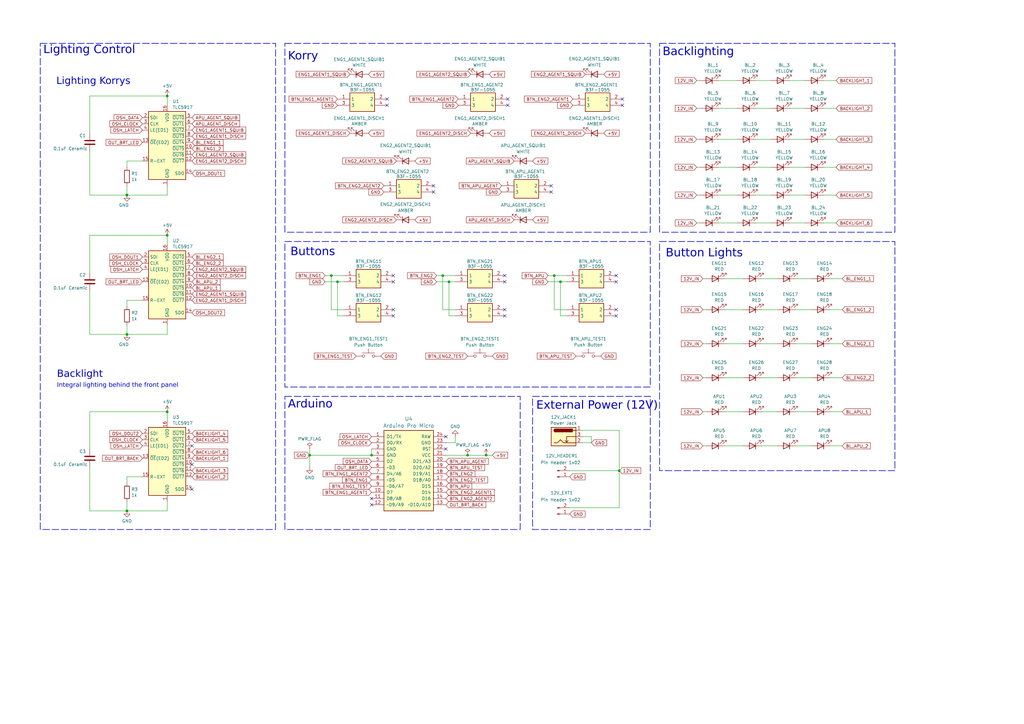
<source format=kicad_sch>
(kicad_sch (version 20231120) (generator "eeschema") (generator_version "8.0")
  (paper "A3")
  (title_block (title "FIRE Panel") (date "2024-11-17") (rev "V1.0") (company "S.K."))
  (junction (at 135.89 113.03))
  (junction (at 68.58 168.91))
  (junction (at 191.77 186.69))
  (junction (at 227.33 113.03))
  (junction (at 152.4 186.69))
  (junction (at 184.15 115.57))
  (junction (at 127 186.69))
  (junction (at 181.61 113.03))
  (junction (at 138.43 115.57))
  (junction (at 68.58 39.37))
  (junction (at 52.07 209.55))
  (junction (at 68.58 96.52))
  (junction (at 254 193.04))
  (junction (at 199.39 186.69))
  (junction (at 229.87 115.57))
  (junction (at 52.07 137.16))
  (junction (at 52.07 80.01))
  (no_connect (at 182.88 184.15))
  (no_connect (at 152.4 204.47))
  (no_connect (at 158.75 43.18))
  (no_connect (at 252.73 127))
  (no_connect (at 158.75 40.64))
  (no_connect (at 208.28 43.18))
  (no_connect (at 161.29 113.03))
  (no_connect (at 177.8 78.74))
  (no_connect (at 182.88 179.07))
  (no_connect (at 252.73 129.54))
  (no_connect (at 207.01 113.03))
  (no_connect (at 208.28 40.64))
  (no_connect (at 152.4 207.01))
  (no_connect (at 161.29 129.54))
  (no_connect (at 255.27 40.64))
  (no_connect (at 226.06 76.2))
  (no_connect (at 226.06 78.74))
  (no_connect (at 252.73 113.03))
  (no_connect (at 78.74 182.88))
  (no_connect (at 161.29 127))
  (no_connect (at 78.74 190.5))
  (no_connect (at 177.8 76.2))
  (no_connect (at 161.29 115.57))
  (no_connect (at 207.01 127))
  (no_connect (at 207.01 115.57))
  (no_connect (at 78.74 200.66))
  (no_connect (at 255.27 43.18))
  (no_connect (at 252.73 115.57))
  (no_connect (at 207.01 129.54))
  (wire (pts (xy 323.85 33.02) (xy 330.2 33.02)))
  (wire (pts (xy 294.64 44.45) (xy 302.26 44.45)))
  (wire (pts (xy 297.18 154.94) (xy 304.8 154.94)))
  (wire (pts (xy 254 176.53) (xy 254 193.04)))
  (wire (pts (xy 186.69 129.54) (xy 184.15 129.54)))
  (wire (pts (xy 52.07 80.01) (xy 68.58 80.01)))
  (wire (pts (xy 181.61 127) (xy 186.69 127)))
  (wire (pts (xy 337.82 44.45) (xy 342.9 44.45)))
  (wire (pts (xy 36.83 80.01) (xy 52.07 80.01)))
  (wire (pts (xy 326.39 154.94) (xy 332.74 154.94)))
  (wire (pts (xy 227.33 127) (xy 227.33 113.03)))
  (wire (pts (xy 36.83 168.91) (xy 68.58 168.91)))
  (wire (pts (xy 138.43 115.57) (xy 138.43 129.54)))
  (wire (pts (xy 224.79 113.03) (xy 227.33 113.03)))
  (wire (pts (xy 323.85 80.01) (xy 330.2 80.01)))
  (wire (pts (xy 140.97 115.57) (xy 138.43 115.57)))
  (wire (pts (xy 227.33 113.03) (xy 232.41 113.03)))
  (wire (pts (xy 309.88 80.01) (xy 316.23 80.01)))
  (wire (pts (xy 36.83 209.55) (xy 52.07 209.55)))
  (wire (pts (xy 326.39 127) (xy 332.74 127)))
  (wire (pts (xy 238.76 176.53) (xy 254 176.53)))
  (wire (pts (xy 289.56 140.97) (xy 288.29 140.97)))
  (wire (pts (xy 68.58 80.01) (xy 68.58 76.2)))
  (wire (pts (xy 52.07 76.2) (xy 52.07 80.01)))
  (wire (pts (xy 181.61 113.03) (xy 186.69 113.03)))
  (wire (pts (xy 36.83 39.37) (xy 36.83 54.61)))
  (wire (pts (xy 238.76 181.61) (xy 242.57 181.61)))
  (wire (pts (xy 184.15 115.57) (xy 184.15 129.54)))
  (wire (pts (xy 285.75 91.44) (xy 287.02 91.44)))
  (wire (pts (xy 36.83 119.38) (xy 36.83 137.16)))
  (wire (pts (xy 326.39 114.3) (xy 332.74 114.3)))
  (wire (pts (xy 127 186.69) (xy 152.4 186.69)))
  (wire (pts (xy 312.42 127) (xy 318.77 127)))
  (wire (pts (xy 186.69 181.61) (xy 186.69 179.07)))
  (wire (pts (xy 285.75 33.02) (xy 287.02 33.02)))
  (wire (pts (xy 133.35 113.03) (xy 135.89 113.03)))
  (wire (pts (xy 36.83 137.16) (xy 52.07 137.16)))
  (wire (pts (xy 52.07 133.35) (xy 52.07 137.16)))
  (wire (pts (xy 294.64 57.15) (xy 302.26 57.15)))
  (wire (pts (xy 340.36 154.94) (xy 345.44 154.94)))
  (wire (pts (xy 127 184.15) (xy 127 186.69)))
  (wire (pts (xy 340.36 114.3) (xy 345.44 114.3)))
  (wire (pts (xy 233.68 193.04) (xy 254 193.04)))
  (wire (pts (xy 340.36 182.88) (xy 345.44 182.88)))
  (wire (pts (xy 340.36 168.91) (xy 345.44 168.91)))
  (wire (pts (xy 224.79 115.57) (xy 229.87 115.57)))
  (wire (pts (xy 58.42 66.04) (xy 52.07 66.04)))
  (wire (pts (xy 52.07 205.74) (xy 52.07 209.55)))
  (wire (pts (xy 242.57 179.07) (xy 242.57 181.61)))
  (wire (pts (xy 294.64 80.01) (xy 302.26 80.01)))
  (wire (pts (xy 52.07 137.16) (xy 68.58 137.16)))
  (wire (pts (xy 337.82 80.01) (xy 342.9 80.01)))
  (wire (pts (xy 294.64 33.02) (xy 302.26 33.02)))
  (wire (pts (xy 294.64 68.58) (xy 302.26 68.58)))
  (wire (pts (xy 297.18 168.91) (xy 304.8 168.91)))
  (wire (pts (xy 326.39 168.91) (xy 332.74 168.91)))
  (wire (pts (xy 323.85 57.15) (xy 330.2 57.15)))
  (wire (pts (xy 135.89 127) (xy 135.89 113.03)))
  (wire (pts (xy 36.83 96.52) (xy 36.83 111.76)))
  (wire (pts (xy 140.97 129.54) (xy 138.43 129.54)))
  (wire (pts (xy 309.88 44.45) (xy 316.23 44.45)))
  (wire (pts (xy 186.69 115.57) (xy 184.15 115.57)))
  (wire (pts (xy 297.18 127) (xy 304.8 127)))
  (wire (pts (xy 312.42 154.94) (xy 318.77 154.94)))
  (wire (pts (xy 285.75 57.15) (xy 287.02 57.15)))
  (wire (pts (xy 182.88 181.61) (xy 186.69 181.61)))
  (wire (pts (xy 285.75 80.01) (xy 287.02 80.01)))
  (wire (pts (xy 135.89 127) (xy 140.97 127)))
  (wire (pts (xy 135.89 113.03) (xy 140.97 113.03)))
  (wire (pts (xy 36.83 62.23) (xy 36.83 80.01)))
  (wire (pts (xy 323.85 68.58) (xy 330.2 68.58)))
  (wire (pts (xy 297.18 114.3) (xy 304.8 114.3)))
  (wire (pts (xy 127 191.77) (xy 127 186.69)))
  (wire (pts (xy 309.88 57.15) (xy 316.23 57.15)))
  (wire (pts (xy 52.07 123.19) (xy 52.07 125.73)))
  (wire (pts (xy 52.07 195.58) (xy 52.07 198.12)))
  (wire (pts (xy 182.88 186.69) (xy 191.77 186.69)))
  (wire (pts (xy 309.88 91.44) (xy 316.23 91.44)))
  (wire (pts (xy 68.58 39.37) (xy 68.58 43.18)))
  (wire (pts (xy 312.42 168.91) (xy 318.77 168.91)))
  (wire (pts (xy 323.85 44.45) (xy 330.2 44.45)))
  (wire (pts (xy 309.88 33.02) (xy 316.23 33.02)))
  (wire (pts (xy 297.18 182.88) (xy 304.8 182.88)))
  (wire (pts (xy 294.64 91.44) (xy 302.26 91.44)))
  (wire (pts (xy 337.82 57.15) (xy 342.9 57.15)))
  (wire (pts (xy 285.75 68.58) (xy 287.02 68.58)))
  (wire (pts (xy 238.76 179.07) (xy 242.57 179.07)))
  (wire (pts (xy 68.58 96.52) (xy 68.58 100.33)))
  (wire (pts (xy 254 208.28) (xy 254 193.04)))
  (wire (pts (xy 340.36 127) (xy 345.44 127)))
  (wire (pts (xy 52.07 66.04) (xy 52.07 68.58)))
  (wire (pts (xy 337.82 68.58) (xy 342.9 68.58)))
  (wire (pts (xy 285.75 44.45) (xy 287.02 44.45)))
  (wire (pts (xy 179.07 115.57) (xy 184.15 115.57)))
  (wire (pts (xy 227.33 127) (xy 232.41 127)))
  (wire (pts (xy 297.18 140.97) (xy 304.8 140.97)))
  (wire (pts (xy 326.39 140.97) (xy 332.74 140.97)))
  (wire (pts (xy 68.58 137.16) (xy 68.58 133.35)))
  (wire (pts (xy 288.29 127) (xy 289.56 127)))
  (wire (pts (xy 337.82 33.02) (xy 342.9 33.02)))
  (wire (pts (xy 326.39 182.88) (xy 332.74 182.88)))
  (wire (pts (xy 289.56 168.91) (xy 288.29 168.91)))
  (wire (pts (xy 229.87 115.57) (xy 229.87 129.54)))
  (wire (pts (xy 232.41 129.54) (xy 229.87 129.54)))
  (wire (pts (xy 312.42 182.88) (xy 318.77 182.88)))
  (wire (pts (xy 36.83 168.91) (xy 36.83 184.15)))
  (wire (pts (xy 179.07 113.03) (xy 181.61 113.03)))
  (wire (pts (xy 36.83 191.77) (xy 36.83 209.55)))
  (wire (pts (xy 323.85 91.44) (xy 330.2 91.44)))
  (wire (pts (xy 309.88 68.58) (xy 316.23 68.58)))
  (wire (pts (xy 191.77 186.69) (xy 199.39 186.69)))
  (wire (pts (xy 312.42 114.3) (xy 318.77 114.3)))
  (wire (pts (xy 199.39 186.69) (xy 201.93 186.69)))
  (wire (pts (xy 36.83 39.37) (xy 68.58 39.37)))
  (wire (pts (xy 312.42 140.97) (xy 318.77 140.97)))
  (wire (pts (xy 36.83 96.52) (xy 68.58 96.52)))
  (wire (pts (xy 340.36 140.97) (xy 345.44 140.97)))
  (wire (pts (xy 58.42 123.19) (xy 52.07 123.19)))
  (wire (pts (xy 68.58 168.91) (xy 68.58 172.72)))
  (wire (pts (xy 337.82 91.44) (xy 342.9 91.44)))
  (wire (pts (xy 233.68 208.28) (xy 254 208.28)))
  (wire (pts (xy 152.4 184.15) (xy 152.4 186.69)))
  (wire (pts (xy 288.29 114.3) (xy 289.56 114.3)))
  (wire (pts (xy 232.41 115.57) (xy 229.87 115.57)))
  (wire (pts (xy 181.61 127) (xy 181.61 113.03)))
  (wire (pts (xy 289.56 154.94) (xy 288.29 154.94)))
  (wire (pts (xy 68.58 209.55) (xy 68.58 205.74)))
  (wire (pts (xy 133.35 115.57) (xy 138.43 115.57)))
  (wire (pts (xy 58.42 195.58) (xy 52.07 195.58)))
  (wire (pts (xy 52.07 209.55) (xy 68.58 209.55)))
  (wire (pts (xy 289.56 182.88) (xy 288.29 182.88)))
  (rectangle (start 270.5099 17.78) (end 367.03 95.25) (stroke (width 0.254) (type dash)))
  (rectangle (start 218.44 162.56) (end 266.7 217.17) (stroke (width 0.254) (type dash)))
  (rectangle (start 16.51 17.78) (end 113.03 217.17) (stroke (width 0.254) (type dash)))
  (rectangle (start 270.51 99.06) (end 367.03 193.04) (stroke (width 0.254) (type dash)))
  (rectangle (start 116.84 162.56) (end 213.36 217.17) (stroke (width 0.254) (type dash)))
  (rectangle (start 116.84 99.06) (end 266.7 158.75) (stroke (width 0.254) (type dash)))
  (rectangle (start 116.84 17.78) (end 266.7 95.25) (stroke (width 0.254) (type dash)))
  (text "Arduino" (at 118.11 164.846 0) (effects (font (size 3.3782 3.3782)) (justify left top)))
  (text "Button Lights" (at 273.05 102.87 0) (effects (font (size 3.3782 3.3782)) (justify left top)))
  (text "Buttons" (at 119.126 102.362 0) (effects (font (size 3.3782 3.3782)) (justify left top)))
  (text "Korry" (at 118.11 22.098 0) (effects (font (size 3.3782 3.3782)) (justify left top)))
  (text "Backlighting" (at 271.78 20.32 0) (effects (font (size 3.3782 3.3782)) (justify left top)))
  (text "External Power (12V)" (at 219.964 165.354 0) (effects (font (size 3.3782 3.3782)) (justify left top)))
  (text "Lighting Korrys" (at 23.114 32.512 0) (effects (font (size 2.8956 2.8956)) (justify left top)))
  (text "Lighting Control" (at 17.78 19.4818 0) (effects (font (size 3.3782 3.3782)) (justify left top)))
  (text "Integral lighting behind the front panel" (at 23.368 157.5308 0) (effects (font (size 1.8288 1.8288)) (justify left top)))
  (text "Backlight" (at 23.368 152.654 0) (effects (font (size 2.8956 2.8956)) (justify left top)))
  (global_label "BL_ENG2_2" (shape input) (at 345.44 154.94 0) (property "Intersheetrefs" "${INTERSHEET_REFS}" (effects (hide yes))))
  (global_label "+5V" (shape input) (at 151.13 54.61 0) (property "Intersheetrefs" "${INTERSHEET_REFS}" (effects (hide yes))))
  (global_label "ENG2_AGENT2_SQUIB" (shape input) (at 78.74 110.49 0) (property "Intersheetrefs" "${INTERSHEET_REFS}" (effects (hide yes))))
  (global_label "12V_IN" (shape input) (at 285.75 44.45 180) (property "Intersheetrefs" "${INTERSHEET_REFS}" (effects (hide yes))))
  (global_label "OSH_DOUT1" (shape input) (at 78.74 71.12 0) (property "Intersheetrefs" "${INTERSHEET_REFS}" (effects (hide yes))))
  (global_label "GND" (shape input) (at 138.43 43.18 180) (property "Intersheetrefs" "${INTERSHEET_REFS}" (effects (hide yes))))
  (global_label "BACKLIGHT_4" (shape input) (at 78.74 177.8 0) (property "Intersheetrefs" "${INTERSHEET_REFS}" (effects (hide yes))))
  (global_label "GND" (shape input) (at 224.79 115.57 180) (property "Intersheetrefs" "${INTERSHEET_REFS}" (effects (hide yes))))
  (global_label "OSH_CLOCK" (shape input) (at 152.4 181.61 180) (property "Intersheetrefs" "${INTERSHEET_REFS}" (effects (hide yes))))
  (global_label "GND" (shape input) (at 127 186.69 180) (property "Intersheetrefs" "${INTERSHEET_REFS}" (effects (hide yes))))
  (global_label "BTN_ENG1_TEST" (shape input) (at 152.4 199.39 180) (property "Intersheetrefs" "${INTERSHEET_REFS}" (effects (hide yes))))
  (global_label "12V_IN" (shape input) (at 288.29 154.94 180) (property "Intersheetrefs" "${INTERSHEET_REFS}" (effects (hide yes))))
  (global_label "BTN_ENG1_AGENT2" (shape input) (at 187.96 40.64 180) (property "Intersheetrefs" "${INTERSHEET_REFS}" (effects (hide yes))))
  (global_label "OUT_BRT_LED" (shape input) (at 152.4 191.77 180) (property "Intersheetrefs" "${INTERSHEET_REFS}" (effects (hide yes))))
  (global_label "OSH_DATA" (shape input) (at 152.4 189.23 180) (property "Intersheetrefs" "${INTERSHEET_REFS}" (effects (hide yes))))
  (global_label "BL_ENG1_1" (shape input) (at 78.74 58.42 0) (property "Intersheetrefs" "${INTERSHEET_REFS}" (effects (hide yes))))
  (global_label "GND" (shape input) (at 234.95 43.18 180) (property "Intersheetrefs" "${INTERSHEET_REFS}" (effects (hide yes))))
  (global_label "BACKLIGHT_6" (shape input) (at 78.74 185.42 0) (property "Intersheetrefs" "${INTERSHEET_REFS}" (effects (hide yes))))
  (global_label "BL_ENG2_2" (shape input) (at 78.74 107.95 0) (property "Intersheetrefs" "${INTERSHEET_REFS}" (effects (hide yes))))
  (global_label "BL_ENG2_1" (shape input) (at 345.44 140.97 0) (property "Intersheetrefs" "${INTERSHEET_REFS}" (effects (hide yes))))
  (global_label "APU_AGENT_SQUIB" (shape input) (at 210.82 66.04 180) (property "Intersheetrefs" "${INTERSHEET_REFS}" (effects (hide yes))))
  (global_label "BTN_APU" (shape input) (at 182.88 199.39 0) (property "Intersheetrefs" "${INTERSHEET_REFS}" (effects (hide yes))))
  (global_label "BTN_ENG2_AGENT2" (shape input) (at 157.48 76.2 180) (property "Intersheetrefs" "${INTERSHEET_REFS}" (effects (hide yes))))
  (global_label "GND" (shape input) (at 233.68 195.58 0) (property "Intersheetrefs" "${INTERSHEET_REFS}" (effects (hide yes))))
  (global_label "OSH_LATCH" (shape input) (at 58.42 110.49 180) (property "Intersheetrefs" "${INTERSHEET_REFS}" (effects (hide yes))))
  (global_label "BTN_ENG2_TEST" (shape input) (at 182.88 196.85 0) (property "Intersheetrefs" "${INTERSHEET_REFS}" (effects (hide yes))))
  (global_label "BL_ENG1_2" (shape input) (at 78.74 60.96 0) (property "Intersheetrefs" "${INTERSHEET_REFS}" (effects (hide yes))))
  (global_label "BTN_ENG2" (shape input) (at 182.88 194.31 0) (property "Intersheetrefs" "${INTERSHEET_REFS}" (effects (hide yes))))
  (global_label "GND" (shape input) (at 156.21 146.05 0) (property "Intersheetrefs" "${INTERSHEET_REFS}" (effects (hide yes))))
  (global_label "GND" (shape input) (at 157.48 78.74 180) (property "Intersheetrefs" "${INTERSHEET_REFS}" (effects (hide yes))))
  (global_label "GND" (shape input) (at 246.38 146.05 0) (property "Intersheetrefs" "${INTERSHEET_REFS}" (effects (hide yes))))
  (global_label "+5V" (shape input) (at 151.13 30.48 0) (property "Intersheetrefs" "${INTERSHEET_REFS}" (effects (hide yes))))
  (global_label "12V_IN" (shape input) (at 254 193.04 0) (property "Intersheetrefs" "${INTERSHEET_REFS}" (effects (hide yes))))
  (global_label "+5V" (shape input) (at 170.18 90.17 0) (property "Intersheetrefs" "${INTERSHEET_REFS}" (effects (hide yes))))
  (global_label "+5V" (shape input) (at 170.18 66.04 0) (property "Intersheetrefs" "${INTERSHEET_REFS}" (effects (hide yes))))
  (global_label "OSH_LATCH" (shape input) (at 58.42 182.88 180) (property "Intersheetrefs" "${INTERSHEET_REFS}" (effects (hide yes))))
  (global_label "OSH_LATCH" (shape input) (at 58.42 53.34 180) (property "Intersheetrefs" "${INTERSHEET_REFS}" (effects (hide yes))))
  (global_label "BTN_ENG1_TEST" (shape input) (at 146.05 146.05 180) (property "Intersheetrefs" "${INTERSHEET_REFS}" (effects (hide yes))))
  (global_label "12V_IN" (shape input) (at 285.75 91.44 180) (property "Intersheetrefs" "${INTERSHEET_REFS}" (effects (hide yes))))
  (global_label "12V_IN" (shape input) (at 285.75 80.01 180) (property "Intersheetrefs" "${INTERSHEET_REFS}" (effects (hide yes))))
  (global_label "BACKLIGHT_4" (shape input) (at 342.9 68.58 0) (property "Intersheetrefs" "${INTERSHEET_REFS}" (effects (hide yes))))
  (global_label "BTN_ENG2_AGENT2" (shape input) (at 182.88 204.47 0) (property "Intersheetrefs" "${INTERSHEET_REFS}" (effects (hide yes))))
  (global_label "BACKLIGHT_2" (shape input) (at 342.9 44.45 0) (property "Intersheetrefs" "${INTERSHEET_REFS}" (effects (hide yes))))
  (global_label "BACKLIGHT_1" (shape input) (at 78.74 187.96 0) (property "Intersheetrefs" "${INTERSHEET_REFS}" (effects (hide yes))))
  (global_label "BTN_ENG1" (shape input) (at 152.4 196.85 180) (property "Intersheetrefs" "${INTERSHEET_REFS}" (effects (hide yes))))
  (global_label "+5V" (shape input) (at 247.65 54.61 0) (property "Intersheetrefs" "${INTERSHEET_REFS}" (effects (hide yes))))
  (global_label "GND" (shape input) (at 233.68 210.82 0) (property "Intersheetrefs" "${INTERSHEET_REFS}" (effects (hide yes))))
  (global_label "BACKLIGHT_3" (shape input) (at 342.9 57.15 0) (property "Intersheetrefs" "${INTERSHEET_REFS}" (effects (hide yes))))
  (global_label "OSH_DOUT2" (shape input) (at 58.42 177.8 180) (property "Intersheetrefs" "${INTERSHEET_REFS}" (effects (hide yes))))
  (global_label "BTN_ENG2_TEST" (shape input) (at 191.77 146.05 180) (property "Intersheetrefs" "${INTERSHEET_REFS}" (effects (hide yes))))
  (global_label "+5V" (shape input) (at 247.65 30.48 0) (property "Intersheetrefs" "${INTERSHEET_REFS}" (effects (hide yes))))
  (global_label "+5V" (shape input) (at 201.93 186.69 0) (property "Intersheetrefs" "${INTERSHEET_REFS}" (effects (hide yes))))
  (global_label "12V_IN" (shape input) (at 285.75 57.15 180) (property "Intersheetrefs" "${INTERSHEET_REFS}" (effects (hide yes))))
  (global_label "OUT_BRT_LED" (shape input) (at 58.42 115.57 180) (property "Intersheetrefs" "${INTERSHEET_REFS}" (effects (hide yes))))
  (global_label "BL_APU_1" (shape input) (at 345.44 168.91 0) (property "Intersheetrefs" "${INTERSHEET_REFS}" (effects (hide yes))))
  (global_label "12V_IN" (shape input) (at 285.75 33.02 180) (property "Intersheetrefs" "${INTERSHEET_REFS}" (effects (hide yes))))
  (global_label "OUT_BRT_BACK" (shape input) (at 58.42 187.96 180) (property "Intersheetrefs" "${INTERSHEET_REFS}" (effects (hide yes))))
  (global_label "ENG1_AGENT1_SQUIB" (shape input) (at 78.74 53.34 0) (property "Intersheetrefs" "${INTERSHEET_REFS}" (effects (hide yes))))
  (global_label "GND" (shape input) (at 187.96 43.18 180) (property "Intersheetrefs" "${INTERSHEET_REFS}" (effects (hide yes))))
  (global_label "BACKLIGHT_1" (shape input) (at 342.9 33.02 0) (property "Intersheetrefs" "${INTERSHEET_REFS}" (effects (hide yes))))
  (global_label "GND" (shape input) (at 201.93 146.05 0) (property "Intersheetrefs" "${INTERSHEET_REFS}" (effects (hide yes))))
  (global_label "+5V" (shape input) (at 200.66 54.61 0) (property "Intersheetrefs" "${INTERSHEET_REFS}" (effects (hide yes))))
  (global_label "BTN_ENG1" (shape input) (at 133.35 113.03 180) (property "Intersheetrefs" "${INTERSHEET_REFS}" (effects (hide yes))))
  (global_label "APU_AGENT_DISCH" (shape input) (at 78.74 50.8 0) (property "Intersheetrefs" "${INTERSHEET_REFS}" (effects (hide yes))))
  (global_label "BTN_ENG2" (shape input) (at 179.07 113.03 180) (property "Intersheetrefs" "${INTERSHEET_REFS}" (effects (hide yes))))
  (global_label "OSH_DATA" (shape input) (at 58.42 48.26 180) (property "Intersheetrefs" "${INTERSHEET_REFS}" (effects (hide yes))))
  (global_label "ENG1_AGENT1_DISCH" (shape input) (at 143.51 54.61 180) (property "Intersheetrefs" "${INTERSHEET_REFS}" (effects (hide yes))))
  (global_label "BL_APU_2" (shape input) (at 78.74 115.57 0) (property "Intersheetrefs" "${INTERSHEET_REFS}" (effects (hide yes))))
  (global_label "12V_IN" (shape input) (at 288.29 140.97 180) (property "Intersheetrefs" "${INTERSHEET_REFS}" (effects (hide yes))))
  (global_label "12V_IN" (shape input) (at 288.29 182.88 180) (property "Intersheetrefs" "${INTERSHEET_REFS}" (effects (hide yes))))
  (global_label "BTN_APU_AGENT" (shape input) (at 205.74 76.2 180) (property "Intersheetrefs" "${INTERSHEET_REFS}" (effects (hide yes))))
  (global_label "+5V" (shape input) (at 218.44 90.17 0) (property "Intersheetrefs" "${INTERSHEET_REFS}" (effects (hide yes))))
  (global_label "BTN_ENG1_AGENT2" (shape input) (at 152.4 194.31 180) (property "Intersheetrefs" "${INTERSHEET_REFS}" (effects (hide yes))))
  (global_label "ENG1_AGENT1_SQUIB" (shape input) (at 143.51 30.48 180) (property "Intersheetrefs" "${INTERSHEET_REFS}" (effects (hide yes))))
  (global_label "BACKLIGHT_2" (shape input) (at 78.74 195.58 0) (property "Intersheetrefs" "${INTERSHEET_REFS}" (effects (hide yes))))
  (global_label "OSH_CLOCK" (shape input) (at 58.42 107.95 180) (property "Intersheetrefs" "${INTERSHEET_REFS}" (effects (hide yes))))
  (global_label "BL_APU_2" (shape input) (at 345.44 182.88 0) (property "Intersheetrefs" "${INTERSHEET_REFS}" (effects (hide yes))))
  (global_label "BACKLIGHT_5" (shape input) (at 78.74 180.34 0) (property "Intersheetrefs" "${INTERSHEET_REFS}" (effects (hide yes))))
  (global_label "GND" (shape input) (at 205.74 78.74 180) (property "Intersheetrefs" "${INTERSHEET_REFS}" (effects (hide yes))))
  (global_label "BTN_APU_TEST" (shape input) (at 182.88 191.77 0) (property "Intersheetrefs" "${INTERSHEET_REFS}" (effects (hide yes))))
  (global_label "BACKLIGHT_6" (shape input) (at 342.9 91.44 0) (property "Intersheetrefs" "${INTERSHEET_REFS}" (effects (hide yes))))
  (global_label "ENG2_AGENT2_DISCH" (shape input) (at 162.56 90.17 180) (property "Intersheetrefs" "${INTERSHEET_REFS}" (effects (hide yes))))
  (global_label "BACKLIGHT_5" (shape input) (at 342.9 80.01 0) (property "Intersheetrefs" "${INTERSHEET_REFS}" (effects (hide yes))))
  (global_label "ENG2_AGENT2_DISCH" (shape input) (at 78.74 113.03 0) (property "Intersheetrefs" "${INTERSHEET_REFS}" (effects (hide yes))))
  (global_label "BTN_APU_AGENT" (shape input) (at 182.88 189.23 0) (property "Intersheetrefs" "${INTERSHEET_REFS}" (effects (hide yes))))
  (global_label "OSH_CLOCK" (shape input) (at 58.42 180.34 180) (property "Intersheetrefs" "${INTERSHEET_REFS}" (effects (hide yes))))
  (global_label "OSH_LATCH" (shape input) (at 152.4 179.07 180) (property "Intersheetrefs" "${INTERSHEET_REFS}" (effects (hide yes))))
  (global_label "ENG1_AGENT2_DISCH" (shape input) (at 193.04 54.61 180) (property "Intersheetrefs" "${INTERSHEET_REFS}" (effects (hide yes))))
  (global_label "GND" (shape input) (at 133.35 115.57 180) (property "Intersheetrefs" "${INTERSHEET_REFS}" (effects (hide yes))))
  (global_label "BTN_ENG2_AGENT1" (shape input) (at 234.95 40.64 180) (property "Intersheetrefs" "${INTERSHEET_REFS}" (effects (hide yes))))
  (global_label "ENG2_AGENT1_DISCH" (shape input) (at 240.03 54.61 180) (property "Intersheetrefs" "${INTERSHEET_REFS}" (effects (hide yes))))
  (global_label "BTN_ENG1_AGENT1" (shape input) (at 152.4 201.93 180) (property "Intersheetrefs" "${INTERSHEET_REFS}" (effects (hide yes))))
  (global_label "OUT_BRT_BACK" (shape input) (at 182.88 207.01 0) (property "Intersheetrefs" "${INTERSHEET_REFS}" (effects (hide yes))))
  (global_label "+5V" (shape input) (at 218.44 66.04 0) (property "Intersheetrefs" "${INTERSHEET_REFS}" (effects (hide yes))))
  (global_label "OUT_BRT_LED" (shape input) (at 58.42 58.42 180) (property "Intersheetrefs" "${INTERSHEET_REFS}" (effects (hide yes))))
  (global_label "GND" (shape input) (at 179.07 115.57 180) (property "Intersheetrefs" "${INTERSHEET_REFS}" (effects (hide yes))))
  (global_label "BTN_APU_TEST" (shape input) (at 236.22 146.05 180) (property "Intersheetrefs" "${INTERSHEET_REFS}" (effects (hide yes))))
  (global_label "GND" (shape input) (at 242.57 181.61 0) (property "Intersheetrefs" "${INTERSHEET_REFS}" (effects (hide yes))))
  (global_label "APU_AGENT_DISCH" (shape input) (at 210.82 90.17 180) (property "Intersheetrefs" "${INTERSHEET_REFS}" (effects (hide yes))))
  (global_label "ENG2_AGENT1_SQUIB" (shape input) (at 78.74 120.65 0) (property "Intersheetrefs" "${INTERSHEET_REFS}" (effects (hide yes))))
  (global_label "BTN_ENG2_AGENT1" (shape input) (at 182.88 201.93 0) (property "Intersheetrefs" "${INTERSHEET_REFS}" (effects (hide yes))))
  (global_label "OSH_CLOCK" (shape input) (at 58.42 50.8 180) (property "Intersheetrefs" "${INTERSHEET_REFS}" (effects (hide yes))))
  (global_label "BTN_APU" (shape input) (at 224.79 113.03 180) (property "Intersheetrefs" "${INTERSHEET_REFS}" (effects (hide yes))))
  (global_label "12V_IN" (shape input) (at 288.29 127 180) (property "Intersheetrefs" "${INTERSHEET_REFS}" (effects (hide yes))))
  (global_label "ENG1_AGENT2_DISCH" (shape input) (at 78.74 66.04 0) (property "Intersheetrefs" "${INTERSHEET_REFS}" (effects (hide yes))))
  (global_label "OSH_DOUT1" (shape input) (at 58.42 105.41 180) (property "Intersheetrefs" "${INTERSHEET_REFS}" (effects (hide yes))))
  (global_label "BL_ENG1_1" (shape input) (at 345.44 114.3 0) (property "Intersheetrefs" "${INTERSHEET_REFS}" (effects (hide yes))))
  (global_label "ENG1_AGENT1_DISCH" (shape input) (at 78.74 55.88 0) (property "Intersheetrefs" "${INTERSHEET_REFS}" (effects (hide yes))))
  (global_label "ENG2_AGENT2_SQUIB" (shape input) (at 162.56 66.04 180) (property "Intersheetrefs" "${INTERSHEET_REFS}" (effects (hide yes))))
  (global_label "ENG2_AGENT1_DISCH" (shape input) (at 78.74 123.19 0) (property "Intersheetrefs" "${INTERSHEET_REFS}" (effects (hide yes))))
  (global_label "ENG2_AGENT1_SQUIB" (shape input) (at 240.03 30.48 180) (property "Intersheetrefs" "${INTERSHEET_REFS}" (effects (hide yes))))
  (global_label "12V_IN" (shape input) (at 285.75 68.58 180) (property "Intersheetrefs" "${INTERSHEET_REFS}" (effects (hide yes))))
  (global_label "+5V" (shape input) (at 200.66 30.48 0) (property "Intersheetrefs" "${INTERSHEET_REFS}" (effects (hide yes))))
  (global_label "OSH_DOUT2" (shape input) (at 78.74 128.27 0) (property "Intersheetrefs" "${INTERSHEET_REFS}" (effects (hide yes))))
  (global_label "APU_AGENT_SQUIB" (shape input) (at 78.74 48.26 0) (property "Intersheetrefs" "${INTERSHEET_REFS}" (effects (hide yes))))
  (global_label "BL_ENG1_2" (shape input) (at 345.44 127 0) (property "Intersheetrefs" "${INTERSHEET_REFS}" (effects (hide yes))))
  (global_label "BL_ENG2_1" (shape input) (at 78.74 105.41 0) (property "Intersheetrefs" "${INTERSHEET_REFS}" (effects (hide yes))))
  (global_label "12V_IN" (shape input) (at 288.29 168.91 180) (property "Intersheetrefs" "${INTERSHEET_REFS}" (effects (hide yes))))
  (global_label "ENG1_AGENT2_SQUIB" (shape input) (at 193.04 30.48 180) (property "Intersheetrefs" "${INTERSHEET_REFS}" (effects (hide yes))))
  (global_label "ENG1_AGENT2_SQUIB" (shape input) (at 78.74 63.5 0) (property "Intersheetrefs" "${INTERSHEET_REFS}" (effects (hide yes))))
  (global_label "BACKLIGHT_3" (shape input) (at 78.74 193.04 0) (property "Intersheetrefs" "${INTERSHEET_REFS}" (effects (hide yes))))
  (global_label "12V_IN" (shape input) (at 288.29 114.3 180) (property "Intersheetrefs" "${INTERSHEET_REFS}" (effects (hide yes))))
  (global_label "BTN_ENG1_AGENT1" (shape input) (at 138.43 40.64 180) (property "Intersheetrefs" "${INTERSHEET_REFS}" (effects (hide yes))))
  (global_label "BL_APU_1" (shape input) (at 78.74 118.11 0) (property "Intersheetrefs" "${INTERSHEET_REFS}" (effects (hide yes))))
  (symbol (lib_id "Connector:Barrel_Jack_Switch") (at 231.14 179.07 0) (unit 1)
    (property "Reference" "12V_JACK1" (at 231.14 171.1155 0))
    (property "Value" "Power Jack" (at 231.14 173.5398 0))
    (property "Footprint" "Connector_BarrelJack:BarrelJack_Horizontal" (effects (hide yes)))
    (property "Description" "DC Barrel Jack with an internal switch" (effects (hide yes)))
  )
  (symbol (lib_id "Device:LED") (at 293.37 182.88 180) (unit 1)
    (property "Reference" "APU5" (at 294.9575 176.5765 0))
    (property "Value" "RED" (at 294.9575 179.0008 0))
    (property "Footprint" "LED_THT:LED_D3.0mm" (effects (hide yes)))
    (property "Description" "Light emitting diode" (effects (hide yes)))
  )
  (symbol (lib_id "Device:LED") (at 306.07 68.58 180) (unit 1)
    (property "Reference" "BL_14" (at 307.6575 62.2765 0))
    (property "Value" "YELLOW" (at 307.6575 64.7008 0))
    (property "Footprint" "LED_THT:LED_D3.0mm" (effects (hide yes)))
    (property "Description" "Light emitting diode" (effects (hide yes)))
  )
  (symbol (lib_id "Device:LED") (at 334.01 33.02 180) (unit 1)
    (property "Reference" "BL_4" (at 335.5975 26.7165 0))
    (property "Value" "YELLOW" (at 335.5975 29.1408 0))
    (property "Footprint" "LED_THT:LED_D3.0mm" (effects (hide yes)))
    (property "Description" "Light emitting diode" (effects (hide yes)))
  )
  (symbol (lib_id "Connector:Conn_01x02_Pin") (at 228.6 195.58 0) (mirror x) (unit 1)
    (property "Reference" "12V_HEADER1" (at 230.378 186.944 0))
    (property "Value" "Pin Header 1x02" (at 229.87 189.738 0))
    (property "Footprint" "Connector_JST:JST_EH_B2B-EH-A_1x02_P2.50mm_Vertical" (effects (hide yes)))
    (property "Description" "Generic connector, single row, 01x02, script generated" (effects (hide yes)))
  )
  (symbol (lib_id "Device:LED") (at 290.83 91.44 180) (unit 1)
    (property "Reference" "BL_21" (at 292.4175 85.1365 0))
    (property "Value" "YELLOW" (at 292.4175 87.5608 0))
    (property "Footprint" "LED_THT:LED_D3.0mm" (effects (hide yes)))
    (property "Description" "Light emitting diode" (effects (hide yes)))
  )
  (symbol (lib_id "Arduino:Sparkfun_Pro_Micro") (at 167.64 194.31 0) (unit 1)
    (property "Reference" "U4" (at 167.64 171.7726 0) (effects (font (size 1.524 1.524))))
    (property "Value" "Arduino Pro Micro" (at 167.64 174.6055 0) (effects (font (size 1.524 1.524))))
    (property "Footprint" "Arduino:Sparkfun_Pro_Micro" (effects (hide yes)))
    (property "Datasheet" "https://www.sparkfun.com/products/12640" (effects (hide yes)))
    (property "Description" "Sparkfun Pro Micro" (effects (hide yes)))
  )
  (symbol (lib_id "SamacSys_Parts:B3F-1055") (at 177.8 78.74 180) (unit 1)
    (property "Reference" "BTN_ENG2_AGENT2" (at 167.132 70.358 0))
    (property "Value" "B3F-1055" (at 167.64 72.39 0))
    (property "Footprint" "SamacSys_Parts:B3F1000" (effects (hide yes)))
    (property "Datasheet" "https://omronfs.omron.com/en_US/ecb/products/pdf/en-b3f.pdf" (effects (hide yes)))
    (property "Description" "OMRON ELECTRONIC COMPONENTS - B3F-1055 - SWITCH, TACTILE, SPST-NO, 50mA, THOUGH HOLE" (effects (hide yes)))
    (property "Mouser Part Number" "653-B3F-1055" (effects (hide yes)))
    (property "Mouser Price/Stock" "https://www.mouser.co.uk/ProductDetail/Omron-Electronics/B3F-1055?qs=1tDaWCEHQQ77i2BzV2Yqkw%3D%3D" (effects (hide yes)))
    (property "Manufacturer_Name" "Omron Electronics" (effects (hide yes)))
    (property "Manufacturer_Part_Number" "B3F-1055" (effects (hide yes)))
  )
  (symbol (lib_id "power:GND") (at 127 191.77 0) (mirror y) (unit 1)
    (property "Reference" "#PWR041" (effects (hide yes)))
    (property "Value" "GND" (at 127 195.9031 0))
    (property "Description" "Power symbol creates a global label with name \"GND\" , ground" (effects (hide yes)))
  )
  (symbol (lib_id "SamacSys_Parts:B3F-1055") (at 255.27 43.18 180) (unit 1)
    (property "Reference" "BTN_ENG2_AGENT1" (at 244.602 34.798 0))
    (property "Value" "B3F-1055" (at 245.11 36.83 0))
    (property "Footprint" "SamacSys_Parts:B3F1000" (effects (hide yes)))
    (property "Datasheet" "https://omronfs.omron.com/en_US/ecb/products/pdf/en-b3f.pdf" (effects (hide yes)))
    (property "Description" "OMRON ELECTRONIC COMPONENTS - B3F-1055 - SWITCH, TACTILE, SPST-NO, 50mA, THOUGH HOLE" (effects (hide yes)))
    (property "Mouser Part Number" "653-B3F-1055" (effects (hide yes)))
    (property "Mouser Price/Stock" "https://www.mouser.co.uk/ProductDetail/Omron-Electronics/B3F-1055?qs=1tDaWCEHQQ77i2BzV2Yqkw%3D%3D" (effects (hide yes)))
    (property "Manufacturer_Name" "Omron Electronics" (effects (hide yes)))
    (property "Manufacturer_Part_Number" "B3F-1055" (effects (hide yes)))
  )
  (symbol (lib_id "SamacSys_Parts:B3F-1055") (at 207.01 129.54 180) (unit 1)
    (property "Reference" "BTN_ENG22" (at 196.85 121.158 0))
    (property "Value" "B3F-1055" (at 196.85 123.19 0))
    (property "Footprint" "SamacSys_Parts:B3F1000" (effects (hide yes)))
    (property "Datasheet" "https://omronfs.omron.com/en_US/ecb/products/pdf/en-b3f.pdf" (effects (hide yes)))
    (property "Description" "OMRON ELECTRONIC COMPONENTS - B3F-1055 - SWITCH, TACTILE, SPST-NO, 50mA, THOUGH HOLE" (effects (hide yes)))
    (property "Mouser Part Number" "653-B3F-1055" (effects (hide yes)))
    (property "Mouser Price/Stock" "https://www.mouser.co.uk/ProductDetail/Omron-Electronics/B3F-1055?qs=1tDaWCEHQQ77i2BzV2Yqkw%3D%3D" (effects (hide yes)))
    (property "Manufacturer_Name" "Omron Electronics" (effects (hide yes)))
    (property "Manufacturer_Part_Number" "B3F-1055" (effects (hide yes)))
  )
  (symbol (lib_id "Device:LED") (at 293.37 168.91 180) (unit 1)
    (property "Reference" "APU1" (at 294.9575 162.6065 0))
    (property "Value" "RED" (at 294.9575 165.0308 0))
    (property "Footprint" "LED_THT:LED_D3.0mm" (effects (hide yes)))
    (property "Description" "Light emitting diode" (effects (hide yes)))
  )
  (symbol (lib_id "power:+5V") (at 68.58 39.37 0) (unit 1)
    (property "Reference" "#PWR06" (effects (hide yes)))
    (property "Value" "+5V" (at 68.58 35.2369 0))
    (property "Description" "Power symbol creates a global label with name \"+5V\"" (effects (hide yes)))
  )
  (symbol (lib_id "Device:LED") (at 308.61 114.3 180) (unit 1)
    (property "Reference" "ENG12" (at 310.1975 107.9965 0))
    (property "Value" "RED" (at 310.1975 110.4208 0))
    (property "Footprint" "LED_THT:LED_D3.0mm" (effects (hide yes)))
    (property "Description" "Light emitting diode" (effects (hide yes)))
  )
  (symbol (lib_id "Driver_LED:TLC5917") (at 68.58 187.96 0) (unit 1)
    (property "Reference" "U3" (at 70.7741 171.1155 0) (effects (justify left)))
    (property "Value" "TLC5917" (at 70.7741 173.5398 0) (effects (justify left)))
    (property "Footprint" "Package_DIP:DIP-16_W7.62mm" (effects (hide yes)))
    (property "Datasheet" "https://www.ti.com/lit/ds/symlink/tlc5917.pdf" (effects (hide yes)))
    (property "Description" "8-Channel Constant-Current LED Sink Driver, Short to VLED detection" (effects (hide yes)))
  )
  (symbol (lib_id "SamacSys_Parts:B3F-1055") (at 208.28 43.18 180) (unit 1)
    (property "Reference" "BTN_ENG1_AGENT2" (at 197.612 34.798 0))
    (property "Value" "B3F-1055" (at 198.12 36.83 0))
    (property "Footprint" "SamacSys_Parts:B3F1000" (effects (hide yes)))
    (property "Datasheet" "https://omronfs.omron.com/en_US/ecb/products/pdf/en-b3f.pdf" (effects (hide yes)))
    (property "Description" "OMRON ELECTRONIC COMPONENTS - B3F-1055 - SWITCH, TACTILE, SPST-NO, 50mA, THOUGH HOLE" (effects (hide yes)))
    (property "Mouser Part Number" "653-B3F-1055" (effects (hide yes)))
    (property "Mouser Price/Stock" "https://www.mouser.co.uk/ProductDetail/Omron-Electronics/B3F-1055?qs=1tDaWCEHQQ77i2BzV2Yqkw%3D%3D" (effects (hide yes)))
    (property "Manufacturer_Name" "Omron Electronics" (effects (hide yes)))
    (property "Manufacturer_Part_Number" "B3F-1055" (effects (hide yes)))
  )
  (symbol (lib_id "Device:LED") (at 308.61 154.94 180) (unit 1)
    (property "Reference" "ENG26" (at 310.1975 148.6365 0))
    (property "Value" "RED" (at 310.1975 151.0608 0))
    (property "Footprint" "LED_THT:LED_D3.0mm" (effects (hide yes)))
    (property "Description" "Light emitting diode" (effects (hide yes)))
  )
  (symbol (lib_id "Device:LED") (at 166.37 90.17 0) (mirror x) (unit 1)
    (property "Reference" "ENG2_AGENT2_DISCH1" (at 166.37 83.82 0))
    (property "Value" "AMBER" (at 166.37 86.36 0))
    (property "Footprint" "LED_THT:LED_D3.0mm" (effects (hide yes)))
    (property "Description" "Light emitting diode" (effects (hide yes)))
  )
  (symbol (lib_id "Device:LED") (at 320.04 68.58 180) (unit 1)
    (property "Reference" "BL_15" (at 321.6275 62.2765 0))
    (property "Value" "YELLOW" (at 321.6275 64.7008 0))
    (property "Footprint" "LED_THT:LED_D3.0mm" (effects (hide yes)))
    (property "Description" "Light emitting diode" (effects (hide yes)))
  )
  (symbol (lib_id "SamacSys_Parts:B3F-1055") (at 226.06 78.74 180) (unit 1)
    (property "Reference" "BTN_APU_AGENT1" (at 215.392 70.358 0))
    (property "Value" "B3F-1055" (at 215.9 72.39 0))
    (property "Footprint" "SamacSys_Parts:B3F1000" (effects (hide yes)))
    (property "Datasheet" "https://omronfs.omron.com/en_US/ecb/products/pdf/en-b3f.pdf" (effects (hide yes)))
    (property "Description" "OMRON ELECTRONIC COMPONENTS - B3F-1055 - SWITCH, TACTILE, SPST-NO, 50mA, THOUGH HOLE" (effects (hide yes)))
    (property "Mouser Part Number" "653-B3F-1055" (effects (hide yes)))
    (property "Mouser Price/Stock" "https://www.mouser.co.uk/ProductDetail/Omron-Electronics/B3F-1055?qs=1tDaWCEHQQ77i2BzV2Yqkw%3D%3D" (effects (hide yes)))
    (property "Manufacturer_Name" "Omron Electronics" (effects (hide yes)))
    (property "Manufacturer_Part_Number" "B3F-1055" (effects (hide yes)))
  )
  (symbol (lib_id "power:GND") (at 52.07 80.01 0) (unit 1)
    (property "Reference" "#PWR03" (effects (hide yes)))
    (property "Value" "GND" (at 50.8 84.1431 0))
    (property "Description" "Power symbol creates a global label with name \"GND\" , ground" (effects (hide yes)))
  )
  (symbol (lib_id "Device:LED") (at 334.01 80.01 180) (unit 1)
    (property "Reference" "BL_20" (at 335.5975 73.7065 0))
    (property "Value" "YELLOW" (at 335.5975 76.1308 0))
    (property "Footprint" "LED_THT:LED_D3.0mm" (effects (hide yes)))
    (property "Description" "Light emitting diode" (effects (hide yes)))
  )
  (symbol (lib_id "Device:LED") (at 290.83 44.45 180) (unit 1)
    (property "Reference" "BL_5" (at 292.4175 38.1465 0))
    (property "Value" "YELLOW" (at 292.4175 40.5708 0))
    (property "Footprint" "LED_THT:LED_D3.0mm" (effects (hide yes)))
    (property "Description" "Light emitting diode" (effects (hide yes)))
  )
  (symbol (lib_id "SamacSys_Parts:B3F-1055") (at 161.29 129.54 180) (unit 1)
    (property "Reference" "BTN_ENG12" (at 151.13 121.158 0))
    (property "Value" "B3F-1055" (at 151.13 123.19 0))
    (property "Footprint" "SamacSys_Parts:B3F1000" (effects (hide yes)))
    (property "Datasheet" "https://omronfs.omron.com/en_US/ecb/products/pdf/en-b3f.pdf" (effects (hide yes)))
    (property "Description" "OMRON ELECTRONIC COMPONENTS - B3F-1055 - SWITCH, TACTILE, SPST-NO, 50mA, THOUGH HOLE" (effects (hide yes)))
    (property "Mouser Part Number" "653-B3F-1055" (effects (hide yes)))
    (property "Mouser Price/Stock" "https://www.mouser.co.uk/ProductDetail/Omron-Electronics/B3F-1055?qs=1tDaWCEHQQ77i2BzV2Yqkw%3D%3D" (effects (hide yes)))
    (property "Manufacturer_Name" "Omron Electronics" (effects (hide yes)))
    (property "Manufacturer_Part_Number" "B3F-1055" (effects (hide yes)))
  )
  (symbol (lib_id "Switch:SW_Push") (at 151.13 146.05 0) (unit 1)
    (property "Reference" "BTN_ENG1_TEST1" (at 151.13 138.938 0))
    (property "Value" "Push Button" (at 151.13 141.478 0))
    (property "Footprint" "My:SW-Push" (effects (hide yes)))
    (property "Description" "Push button switch, generic, two pins" (effects (hide yes)))
  )
  (symbol (lib_id "Device:LED") (at 336.55 154.94 180) (unit 1)
    (property "Reference" "ENG28" (at 338.1375 148.6365 0))
    (property "Value" "RED" (at 338.1375 151.0608 0))
    (property "Footprint" "LED_THT:LED_D3.0mm" (effects (hide yes)))
    (property "Description" "Light emitting diode" (effects (hide yes)))
  )
  (symbol (lib_id "Device:LED") (at 293.37 154.94 180) (unit 1)
    (property "Reference" "ENG25" (at 294.9575 148.6365 0))
    (property "Value" "RED" (at 294.9575 151.0608 0))
    (property "Footprint" "LED_THT:LED_D3.0mm" (effects (hide yes)))
    (property "Description" "Light emitting diode" (effects (hide yes)))
  )
  (symbol (lib_id "Device:LED") (at 293.37 114.3 180) (unit 1)
    (property "Reference" "ENG11" (at 294.9575 107.9965 0))
    (property "Value" "RED" (at 294.9575 110.4208 0))
    (property "Footprint" "LED_THT:LED_D3.0mm" (effects (hide yes)))
    (property "Description" "Light emitting diode" (effects (hide yes)))
  )
  (symbol (lib_id "Device:R") (at 52.07 129.54 0) (unit 1)
    (property "Reference" "R2" (at 53.848 128.3278 0) (effects (justify left)))
    (property "Value" "1k" (at 53.848 130.7521 0) (effects (justify left)))
    (property "Footprint" "Resistor_THT:R_Axial_DIN0204_L3.6mm_D1.6mm_P5.08mm_Horizontal" (effects (hide yes)))
    (property "Description" "Resistor" (effects (hide yes)))
  )
  (symbol (lib_id "Device:C") (at 36.83 58.42 0) (unit 1)
    (property "Reference" "C1" (at 32.512 55.626 0) (effects (justify left)))
    (property "Value" "0.1uF Ceramic" (at 21.844 60.96 0) (effects (justify left)))
    (property "Footprint" "Capacitor_THT:C_Disc_D3.0mm_W1.6mm_P2.50mm" (effects (hide yes)))
    (property "Description" "Unpolarized capacitor" (effects (hide yes)))
  )
  (symbol (lib_id "Device:R") (at 52.07 201.93 0) (unit 1)
    (property "Reference" "R3" (at 53.848 200.7178 0) (effects (justify left)))
    (property "Value" "1k" (at 53.848 203.1421 0) (effects (justify left)))
    (property "Footprint" "Resistor_THT:R_Axial_DIN0204_L3.6mm_D1.6mm_P5.08mm_Horizontal" (effects (hide yes)))
    (property "Description" "Resistor" (effects (hide yes)))
  )
  (symbol (lib_id "Device:LED") (at 147.32 54.61 0) (mirror x) (unit 1)
    (property "Reference" "ENG1_AGENT1_DISCH1" (at 147.32 48.514 0))
    (property "Value" "AMBER" (at 147.32 50.8 0))
    (property "Footprint" "LED_THT:LED_D3.0mm" (effects (hide yes)))
    (property "Description" "Light emitting diode" (effects (hide yes)))
  )
  (symbol (lib_id "Device:LED") (at 308.61 127 180) (unit 1)
    (property "Reference" "ENG16" (at 310.1975 120.6965 0))
    (property "Value" "RED" (at 310.1975 123.1208 0))
    (property "Footprint" "LED_THT:LED_D3.0mm" (effects (hide yes)))
    (property "Description" "Light emitting diode" (effects (hide yes)))
  )
  (symbol (lib_id "SamacSys_Parts:B3F-1055") (at 207.01 115.57 180) (unit 1)
    (property "Reference" "BTN_ENG21" (at 196.85 107.188 0))
    (property "Value" "B3F-1055" (at 196.85 109.22 0))
    (property "Footprint" "SamacSys_Parts:B3F1000" (effects (hide yes)))
    (property "Datasheet" "https://omronfs.omron.com/en_US/ecb/products/pdf/en-b3f.pdf" (effects (hide yes)))
    (property "Description" "OMRON ELECTRONIC COMPONENTS - B3F-1055 - SWITCH, TACTILE, SPST-NO, 50mA, THOUGH HOLE" (effects (hide yes)))
    (property "Mouser Part Number" "653-B3F-1055" (effects (hide yes)))
    (property "Mouser Price/Stock" "https://www.mouser.co.uk/ProductDetail/Omron-Electronics/B3F-1055?qs=1tDaWCEHQQ77i2BzV2Yqkw%3D%3D" (effects (hide yes)))
    (property "Manufacturer_Name" "Omron Electronics" (effects (hide yes)))
    (property "Manufacturer_Part_Number" "B3F-1055" (effects (hide yes)))
  )
  (symbol (lib_id "SamacSys_Parts:B3F-1055") (at 158.75 43.18 180) (unit 1)
    (property "Reference" "BTN_ENG1_AGENT1" (at 148.082 34.798 0))
    (property "Value" "B3F-1055" (at 148.59 36.83 0))
    (property "Footprint" "SamacSys_Parts:B3F1000" (effects (hide yes)))
    (property "Datasheet" "https://omronfs.omron.com/en_US/ecb/products/pdf/en-b3f.pdf" (effects (hide yes)))
    (property "Description" "OMRON ELECTRONIC COMPONENTS - B3F-1055 - SWITCH, TACTILE, SPST-NO, 50mA, THOUGH HOLE" (effects (hide yes)))
    (property "Mouser Part Number" "653-B3F-1055" (effects (hide yes)))
    (property "Mouser Price/Stock" "https://www.mouser.co.uk/ProductDetail/Omron-Electronics/B3F-1055?qs=1tDaWCEHQQ77i2BzV2Yqkw%3D%3D" (effects (hide yes)))
    (property "Manufacturer_Name" "Omron Electronics" (effects (hide yes)))
    (property "Manufacturer_Part_Number" "B3F-1055" (effects (hide yes)))
  )
  (symbol (lib_id "SamacSys_Parts:B3F-1055") (at 252.73 129.54 180) (unit 1)
    (property "Reference" "BTN_APU2" (at 242.062 121.158 0))
    (property "Value" "B3F-1055" (at 242.57 123.19 0))
    (property "Footprint" "SamacSys_Parts:B3F1000" (effects (hide yes)))
    (property "Datasheet" "https://omronfs.omron.com/en_US/ecb/products/pdf/en-b3f.pdf" (effects (hide yes)))
    (property "Description" "OMRON ELECTRONIC COMPONENTS - B3F-1055 - SWITCH, TACTILE, SPST-NO, 50mA, THOUGH HOLE" (effects (hide yes)))
    (property "Mouser Part Number" "653-B3F-1055" (effects (hide yes)))
    (property "Mouser Price/Stock" "https://www.mouser.co.uk/ProductDetail/Omron-Electronics/B3F-1055?qs=1tDaWCEHQQ77i2BzV2Yqkw%3D%3D" (effects (hide yes)))
    (property "Manufacturer_Name" "Omron Electronics" (effects (hide yes)))
    (property "Manufacturer_Part_Number" "B3F-1055" (effects (hide yes)))
  )
  (symbol (lib_id "Device:LED") (at 308.61 182.88 180) (unit 1)
    (property "Reference" "APU6" (at 310.1975 176.5765 0))
    (property "Value" "RED" (at 310.1975 179.0008 0))
    (property "Footprint" "LED_THT:LED_D3.0mm" (effects (hide yes)))
    (property "Description" "Light emitting diode" (effects (hide yes)))
  )
  (symbol (lib_id "power:GND") (at 186.69 179.07 0) (mirror x) (unit 1)
    (property "Reference" "#PWR047" (effects (hide yes)))
    (property "Value" "GND" (at 186.69 174.9369 0))
    (property "Description" "Power symbol creates a global label with name \"GND\" , ground" (effects (hide yes)))
  )
  (symbol (lib_id "Device:LED") (at 306.07 33.02 180) (unit 1)
    (property "Reference" "BL_2" (at 307.6575 26.7165 0))
    (property "Value" "YELLOW" (at 307.6575 29.1408 0))
    (property "Footprint" "LED_THT:LED_D3.0mm" (effects (hide yes)))
    (property "Description" "Light emitting diode" (effects (hide yes)))
  )
  (symbol (lib_id "Connector:Conn_01x02_Pin") (at 228.6 210.82 0) (mirror x) (unit 1)
    (property "Reference" "12V_EXT1" (at 230.378 202.184 0))
    (property "Value" "Pin Header 1x02" (at 229.87 204.978 0))
    (property "Footprint" "Connector_JST:JST_EH_B2B-EH-A_1x02_P2.50mm_Vertical" (effects (hide yes)))
    (property "Description" "Generic connector, single row, 01x02, script generated" (effects (hide yes)))
  )
  (symbol (lib_id "power:GND") (at 52.07 209.55 0) (unit 1)
    (property "Reference" "#PWR05" (effects (hide yes)))
    (property "Value" "GND" (at 52.07 213.6831 0))
    (property "Description" "Power symbol creates a global label with name \"GND\" , ground" (effects (hide yes)))
  )
  (symbol (lib_id "Device:LED") (at 322.58 168.91 180) (unit 1)
    (property "Reference" "APU3" (at 324.1675 162.6065 0))
    (property "Value" "RED" (at 324.1675 165.0308 0))
    (property "Footprint" "LED_THT:LED_D3.0mm" (effects (hide yes)))
    (property "Description" "Light emitting diode" (effects (hide yes)))
  )
  (symbol (lib_id "SamacSys_Parts:B3F-1055") (at 161.29 115.57 180) (unit 1)
    (property "Reference" "BTN_ENG11" (at 151.13 107.188 0))
    (property "Value" "B3F-1055" (at 151.13 109.22 0))
    (property "Footprint" "SamacSys_Parts:B3F1000" (effects (hide yes)))
    (property "Datasheet" "https://omronfs.omron.com/en_US/ecb/products/pdf/en-b3f.pdf" (effects (hide yes)))
    (property "Description" "OMRON ELECTRONIC COMPONENTS - B3F-1055 - SWITCH, TACTILE, SPST-NO, 50mA, THOUGH HOLE" (effects (hide yes)))
    (property "Mouser Part Number" "653-B3F-1055" (effects (hide yes)))
    (property "Mouser Price/Stock" "https://www.mouser.co.uk/ProductDetail/Omron-Electronics/B3F-1055?qs=1tDaWCEHQQ77i2BzV2Yqkw%3D%3D" (effects (hide yes)))
    (property "Manufacturer_Name" "Omron Electronics" (effects (hide yes)))
    (property "Manufacturer_Part_Number" "B3F-1055" (effects (hide yes)))
  )
  (symbol (lib_id "power:PWR_FLAG") (at 191.77 186.69 0) (unit 1)
    (property "Reference" "#FLG02" (effects (hide yes)))
    (property "Value" "PWR_FLAG" (at 191.77 182.5569 0))
    (property "Description" "Special symbol for telling ERC where power comes from" (effects (hide yes)))
  )
  (symbol (lib_id "Device:LED") (at 214.63 66.04 0) (mirror x) (unit 1)
    (property "Reference" "APU_AGENT_SQUIB1" (at 214.63 59.69 0))
    (property "Value" "WHITE" (at 214.63 62.23 0))
    (property "Footprint" "LED_THT:LED_D3.0mm" (effects (hide yes)))
    (property "Description" "Light emitting diode" (effects (hide yes)))
  )
  (symbol (lib_id "Device:LED") (at 322.58 182.88 180) (unit 1)
    (property "Reference" "APU7" (at 324.1675 176.5765 0))
    (property "Value" "RED" (at 324.1675 179.0008 0))
    (property "Footprint" "LED_THT:LED_D3.0mm" (effects (hide yes)))
    (property "Description" "Light emitting diode" (effects (hide yes)))
  )
  (symbol (lib_id "Device:LED") (at 196.85 30.48 0) (mirror x) (unit 1)
    (property "Reference" "ENG1_AGENT2_SQUIB1" (at 196.85 24.13 0))
    (property "Value" "WHITE" (at 196.85 26.67 0))
    (property "Footprint" "LED_THT:LED_D3.0mm" (effects (hide yes)))
    (property "Description" "Light emitting diode" (effects (hide yes)))
  )
  (symbol (lib_id "Device:LED") (at 290.83 57.15 180) (unit 1)
    (property "Reference" "BL_9" (at 292.4175 50.8465 0))
    (property "Value" "YELLOW" (at 292.4175 53.2708 0))
    (property "Footprint" "LED_THT:LED_D3.0mm" (effects (hide yes)))
    (property "Description" "Light emitting diode" (effects (hide yes)))
  )
  (symbol (lib_id "Device:LED") (at 322.58 114.3 180) (unit 1)
    (property "Reference" "ENG13" (at 324.1675 107.9965 0))
    (property "Value" "RED" (at 324.1675 110.4208 0))
    (property "Footprint" "LED_THT:LED_D3.0mm" (effects (hide yes)))
    (property "Description" "Light emitting diode" (effects (hide yes)))
  )
  (symbol (lib_id "Device:LED") (at 308.61 140.97 180) (unit 1)
    (property "Reference" "ENG22" (at 310.1975 134.6665 0))
    (property "Value" "RED" (at 310.1975 137.0908 0))
    (property "Footprint" "LED_THT:LED_D3.0mm" (effects (hide yes)))
    (property "Description" "Light emitting diode" (effects (hide yes)))
  )
  (symbol (lib_id "power:+5V") (at 199.39 186.69 0) (unit 1)
    (property "Reference" "#PWR048" (effects (hide yes)))
    (property "Value" "+5V" (at 199.39 182.5569 0))
    (property "Description" "Power symbol creates a global label with name \"+5V\"" (effects (hide yes)))
  )
  (symbol (lib_id "power:PWR_FLAG") (at 127 184.15 0) (unit 1)
    (property "Reference" "#FLG01" (effects (hide yes)))
    (property "Value" "PWR_FLAG" (at 127 180.0169 0))
    (property "Description" "Special symbol for telling ERC where power comes from" (effects (hide yes)))
  )
  (symbol (lib_id "Device:LED") (at 322.58 140.97 180) (unit 1)
    (property "Reference" "ENG23" (at 324.1675 134.6665 0))
    (property "Value" "RED" (at 324.1675 137.0908 0))
    (property "Footprint" "LED_THT:LED_D3.0mm" (effects (hide yes)))
    (property "Description" "Light emitting diode" (effects (hide yes)))
  )
  (symbol (lib_id "Device:LED") (at 322.58 154.94 180) (unit 1)
    (property "Reference" "ENG27" (at 324.1675 148.6365 0))
    (property "Value" "RED" (at 324.1675 151.0608 0))
    (property "Footprint" "LED_THT:LED_D3.0mm" (effects (hide yes)))
    (property "Description" "Light emitting diode" (effects (hide yes)))
  )
  (symbol (lib_id "Device:LED") (at 306.07 57.15 180) (unit 1)
    (property "Reference" "BL_10" (at 307.6575 50.8465 0))
    (property "Value" "YELLOW" (at 307.6575 53.2708 0))
    (property "Footprint" "LED_THT:LED_D3.0mm" (effects (hide yes)))
    (property "Description" "Light emitting diode" (effects (hide yes)))
  )
  (symbol (lib_id "Device:LED") (at 322.58 127 180) (unit 1)
    (property "Reference" "ENG17" (at 324.1675 120.6965 0))
    (property "Value" "RED" (at 324.1675 123.1208 0))
    (property "Footprint" "LED_THT:LED_D3.0mm" (effects (hide yes)))
    (property "Description" "Light emitting diode" (effects (hide yes)))
  )
  (symbol (lib_id "Device:LED") (at 293.37 140.97 180) (unit 1)
    (property "Reference" "ENG21" (at 294.9575 134.6665 0))
    (property "Value" "RED" (at 294.9575 137.0908 0))
    (property "Footprint" "LED_THT:LED_D3.0mm" (effects (hide yes)))
    (property "Description" "Light emitting diode" (effects (hide yes)))
  )
  (symbol (lib_id "Device:LED") (at 308.61 168.91 180) (unit 1)
    (property "Reference" "APU2" (at 310.1975 162.6065 0))
    (property "Value" "RED" (at 310.1975 165.0308 0))
    (property "Footprint" "LED_THT:LED_D3.0mm" (effects (hide yes)))
    (property "Description" "Light emitting diode" (effects (hide yes)))
  )
  (symbol (lib_id "Switch:SW_Push") (at 196.85 146.05 0) (unit 1)
    (property "Reference" "BTN_ENG2_TEST1" (at 196.85 138.9845 0))
    (property "Value" "Push Button" (at 196.85 141.478 0))
    (property "Footprint" "My:SW-Push" (effects (hide yes)))
    (property "Description" "Push button switch, generic, two pins" (effects (hide yes)))
  )
  (symbol (lib_id "power:+5V") (at 68.58 96.52 0) (unit 1)
    (property "Reference" "#PWR02" (effects (hide yes)))
    (property "Value" "+5V" (at 68.58 92.3869 0))
    (property "Description" "Power symbol creates a global label with name \"+5V\"" (effects (hide yes)))
  )
  (symbol (lib_id "Device:LED") (at 320.04 44.45 180) (unit 1)
    (property "Reference" "BL_7" (at 321.6275 38.1465 0))
    (property "Value" "YELLOW" (at 321.6275 40.5708 0))
    (property "Footprint" "LED_THT:LED_D3.0mm" (effects (hide yes)))
    (property "Description" "Light emitting diode" (effects (hide yes)))
  )
  (symbol (lib_id "Device:LED") (at 336.55 182.88 180) (unit 1)
    (property "Reference" "APU8" (at 338.1375 176.5765 0))
    (property "Value" "RED" (at 338.1375 179.0008 0))
    (property "Footprint" "LED_THT:LED_D3.0mm" (effects (hide yes)))
    (property "Description" "Light emitting diode" (effects (hide yes)))
  )
  (symbol (lib_id "Device:LED") (at 320.04 57.15 180) (unit 1)
    (property "Reference" "BL_11" (at 321.6275 50.8465 0))
    (property "Value" "YELLOW" (at 321.6275 53.2708 0))
    (property "Footprint" "LED_THT:LED_D3.0mm" (effects (hide yes)))
    (property "Description" "Light emitting diode" (effects (hide yes)))
  )
  (symbol (lib_id "Device:LED") (at 243.84 30.48 0) (mirror x) (unit 1)
    (property "Reference" "ENG2_AGENT1_SQUIB1" (at 243.84 24.13 0))
    (property "Value" "WHITE" (at 243.84 26.67 0))
    (property "Footprint" "LED_THT:LED_D3.0mm" (effects (hide yes)))
    (property "Description" "Light emitting diode" (effects (hide yes)))
  )
  (symbol (lib_id "Driver_LED:TLC5917") (at 68.58 115.57 0) (unit 1)
    (property "Reference" "U2" (at 70.7741 98.7255 0) (effects (justify left)))
    (property "Value" "TLC5917" (at 70.7741 101.1498 0) (effects (justify left)))
    (property "Footprint" "Package_DIP:DIP-16_W7.62mm" (effects (hide yes)))
    (property "Datasheet" "https://www.ti.com/lit/ds/symlink/tlc5917.pdf" (effects (hide yes)))
    (property "Description" "8-Channel Constant-Current LED Sink Driver, Short to VLED detection" (effects (hide yes)))
  )
  (symbol (lib_id "Device:LED") (at 336.55 140.97 180) (unit 1)
    (property "Reference" "ENG24" (at 338.1375 134.6665 0))
    (property "Value" "RED" (at 338.1375 137.0908 0))
    (property "Footprint" "LED_THT:LED_D3.0mm" (effects (hide yes)))
    (property "Description" "Light emitting diode" (effects (hide yes)))
  )
  (symbol (lib_id "Device:LED") (at 336.55 127 180) (unit 1)
    (property "Reference" "ENG18" (at 338.1375 120.6965 0))
    (property "Value" "RED" (at 338.1375 123.1208 0))
    (property "Footprint" "LED_THT:LED_D3.0mm" (effects (hide yes)))
    (property "Description" "Light emitting diode" (effects (hide yes)))
  )
  (symbol (lib_id "Device:R") (at 52.07 72.39 0) (unit 1)
    (property "Reference" "R1" (at 53.848 71.1778 0) (effects (justify left)))
    (property "Value" "1k" (at 53.848 73.6021 0) (effects (justify left)))
    (property "Footprint" "Resistor_THT:R_Axial_DIN0204_L3.6mm_D1.6mm_P5.08mm_Horizontal" (effects (hide yes)))
    (property "Description" "Resistor" (effects (hide yes)))
  )
  (symbol (lib_id "Device:LED") (at 293.37 127 180) (unit 1)
    (property "Reference" "ENG15" (at 294.9575 120.6965 0))
    (property "Value" "RED" (at 294.9575 123.1208 0))
    (property "Footprint" "LED_THT:LED_D3.0mm" (effects (hide yes)))
    (property "Description" "Light emitting diode" (effects (hide yes)))
  )
  (symbol (lib_id "power:GND") (at 52.07 137.16 0) (unit 1)
    (property "Reference" "#PWR01" (effects (hide yes)))
    (property "Value" "GND" (at 50.8 141.2931 0))
    (property "Description" "Power symbol creates a global label with name \"GND\" , ground" (effects (hide yes)))
  )
  (symbol (lib_id "Device:LED") (at 196.85 54.61 0) (mirror x) (unit 1)
    (property "Reference" "ENG1_AGENT2_DISCH1" (at 196.85 48.514 0))
    (property "Value" "AMBER" (at 196.85 50.8 0))
    (property "Footprint" "LED_THT:LED_D3.0mm" (effects (hide yes)))
    (property "Description" "Light emitting diode" (effects (hide yes)))
  )
  (symbol (lib_id "Device:LED") (at 334.01 44.45 180) (unit 1)
    (property "Reference" "BL_8" (at 335.5975 38.1465 0))
    (property "Value" "YELLOW" (at 335.5975 40.5708 0))
    (property "Footprint" "LED_THT:LED_D3.0mm" (effects (hide yes)))
    (property "Description" "Light emitting diode" (effects (hide yes)))
  )
  (symbol (lib_id "Device:LED") (at 336.55 168.91 180) (unit 1)
    (property "Reference" "APU4" (at 338.1375 162.6065 0))
    (property "Value" "RED" (at 338.1375 165.0308 0))
    (property "Footprint" "LED_THT:LED_D3.0mm" (effects (hide yes)))
    (property "Description" "Light emitting diode" (effects (hide yes)))
  )
  (symbol (lib_id "Device:LED") (at 290.83 80.01 180) (unit 1)
    (property "Reference" "BL_17" (at 292.4175 73.7065 0))
    (property "Value" "YELLOW" (at 292.4175 76.1308 0))
    (property "Footprint" "LED_THT:LED_D3.0mm" (effects (hide yes)))
    (property "Description" "Light emitting diode" (effects (hide yes)))
  )
  (symbol (lib_id "Device:C") (at 36.83 115.57 0) (unit 1)
    (property "Reference" "C2" (at 32.512 112.776 0) (effects (justify left)))
    (property "Value" "0.1uF Ceramic" (at 21.844 118.11 0) (effects (justify left)))
    (property "Footprint" "Capacitor_THT:C_Disc_D3.0mm_W1.6mm_P2.50mm" (effects (hide yes)))
    (property "Description" "Unpolarized capacitor" (effects (hide yes)))
  )
  (symbol (lib_id "Device:LED") (at 336.55 114.3 180) (unit 1)
    (property "Reference" "ENG14" (at 338.1375 107.9965 0))
    (property "Value" "RED" (at 338.1375 110.4208 0))
    (property "Footprint" "LED_THT:LED_D3.0mm" (effects (hide yes)))
    (property "Description" "Light emitting diode" (effects (hide yes)))
  )
  (symbol (lib_id "Device:LED") (at 334.01 57.15 180) (unit 1)
    (property "Reference" "BL_12" (at 335.5975 50.8465 0))
    (property "Value" "YELLOW" (at 335.5975 53.2708 0))
    (property "Footprint" "LED_THT:LED_D3.0mm" (effects (hide yes)))
    (property "Description" "Light emitting diode" (effects (hide yes)))
  )
  (symbol (lib_id "Device:LED") (at 306.07 91.44 180) (unit 1)
    (property "Reference" "BL_22" (at 307.6575 85.1365 0))
    (property "Value" "YELLOW" (at 307.6575 87.5608 0))
    (property "Footprint" "LED_THT:LED_D3.0mm" (effects (hide yes)))
    (property "Description" "Light emitting diode" (effects (hide yes)))
  )
  (symbol (lib_id "Device:LED") (at 320.04 33.02 180) (unit 1)
    (property "Reference" "BL_3" (at 321.6275 26.7165 0))
    (property "Value" "YELLOW" (at 321.6275 29.1408 0))
    (property "Footprint" "LED_THT:LED_D3.0mm" (effects (hide yes)))
    (property "Description" "Light emitting diode" (effects (hide yes)))
  )
  (symbol (lib_id "Device:LED") (at 243.84 54.61 0) (mirror x) (unit 1)
    (property "Reference" "ENG2_AGENT1_DISCH1" (at 243.84 48.514 0))
    (property "Value" "AMBER" (at 243.84 50.8 0))
    (property "Footprint" "LED_THT:LED_D3.0mm" (effects (hide yes)))
    (property "Description" "Light emitting diode" (effects (hide yes)))
  )
  (symbol (lib_id "Device:LED") (at 290.83 68.58 180) (unit 1)
    (property "Reference" "BL_13" (at 292.4175 62.2765 0))
    (property "Value" "YELLOW" (at 292.4175 64.7008 0))
    (property "Footprint" "LED_THT:LED_D3.0mm" (effects (hide yes)))
    (property "Description" "Light emitting diode" (effects (hide yes)))
  )
  (symbol (lib_id "Switch:SW_Push") (at 241.3 146.05 0) (unit 1)
    (property "Reference" "BTN_APU_TEST1" (at 241.3 138.9845 0))
    (property "Value" "Push Button" (at 241.3 141.4088 0))
    (property "Footprint" "My:SW-Push" (effects (hide yes)))
    (property "Description" "Push button switch, generic, two pins" (effects (hide yes)))
  )
  (symbol (lib_id "power:+5V") (at 68.58 168.91 0) (unit 1)
    (property "Reference" "#PWR08" (effects (hide yes)))
    (property "Value" "+5V" (at 68.58 164.7769 0))
    (property "Description" "Power symbol creates a global label with name \"+5V\"" (effects (hide yes)))
  )
  (symbol (lib_id "Device:LED") (at 334.01 68.58 180) (unit 1)
    (property "Reference" "BL_16" (at 335.5975 62.2765 0))
    (property "Value" "YELLOW" (at 335.5975 64.7008 0))
    (property "Footprint" "LED_THT:LED_D3.0mm" (effects (hide yes)))
    (property "Description" "Light emitting diode" (effects (hide yes)))
  )
  (symbol (lib_id "Device:LED") (at 147.32 30.48 0) (mirror x) (unit 1)
    (property "Reference" "ENG1_AGENT1_SQUIB1" (at 147.32 24.384 0))
    (property "Value" "WHITE" (at 147.32 26.67 0))
    (property "Footprint" "LED_THT:LED_D3.0mm" (effects (hide yes)))
    (property "Description" "Light emitting diode" (effects (hide yes)))
  )
  (symbol (lib_id "Device:LED") (at 166.37 66.04 0) (mirror x) (unit 1)
    (property "Reference" "ENG2_AGENT2_SQUIB1" (at 166.37 59.69 0))
    (property "Value" "WHITE" (at 166.37 62.23 0))
    (property "Footprint" "LED_THT:LED_D3.0mm" (effects (hide yes)))
    (property "Description" "Light emitting diode" (effects (hide yes)))
  )
  (symbol (lib_id "Device:LED") (at 306.07 44.45 180) (unit 1)
    (property "Reference" "BL_6" (at 307.6575 38.1465 0))
    (property "Value" "YELLOW" (at 307.6575 40.5708 0))
    (property "Footprint" "LED_THT:LED_D3.0mm" (effects (hide yes)))
    (property "Description" "Light emitting diode" (effects (hide yes)))
  )
  (symbol (lib_id "Device:LED") (at 290.83 33.02 180) (unit 1)
    (property "Reference" "BL_1" (at 292.4175 26.7165 0))
    (property "Value" "YELLOW" (at 292.4175 29.1408 0))
    (property "Footprint" "LED_THT:LED_D3.0mm" (effects (hide yes)))
    (property "Description" "Light emitting diode" (effects (hide yes)))
  )
  (symbol (lib_id "Device:LED") (at 214.63 90.17 0) (mirror x) (unit 1)
    (property "Reference" "APU_AGENT_DISCH1" (at 214.63 84.074 0))
    (property "Value" "AMBER" (at 214.63 86.36 0))
    (property "Footprint" "LED_THT:LED_D3.0mm" (effects (hide yes)))
    (property "Description" "Light emitting diode" (effects (hide yes)))
  )
  (symbol (lib_id "Driver_LED:TLC5917") (at 68.58 58.42 0) (unit 1)
    (property "Reference" "U1" (at 70.7741 41.5755 0) (effects (justify left)))
    (property "Value" "TLC5917" (at 70.7741 43.9998 0) (effects (justify left)))
    (property "Footprint" "Package_DIP:DIP-16_W7.62mm" (effects (hide yes)))
    (property "Datasheet" "https://www.ti.com/lit/ds/symlink/tlc5917.pdf" (effects (hide yes)))
    (property "Description" "8-Channel Constant-Current LED Sink Driver, Short to VLED detection" (effects (hide yes)))
  )
  (symbol (lib_id "Device:LED") (at 306.07 80.01 180) (unit 1)
    (property "Reference" "BL_18" (at 307.6575 73.7065 0))
    (property "Value" "YELLOW" (at 307.6575 76.1308 0))
    (property "Footprint" "LED_THT:LED_D3.0mm" (effects (hide yes)))
    (property "Description" "Light emitting diode" (effects (hide yes)))
  )
  (symbol (lib_id "Device:LED") (at 320.04 80.01 180) (unit 1)
    (property "Reference" "BL_19" (at 321.6275 73.7065 0))
    (property "Value" "YELLOW" (at 321.6275 76.1308 0))
    (property "Footprint" "LED_THT:LED_D3.0mm" (effects (hide yes)))
    (property "Description" "Light emitting diode" (effects (hide yes)))
  )
  (symbol (lib_id "Device:C") (at 36.83 187.96 0) (unit 1)
    (property "Reference" "C3" (at 32.512 185.166 0) (effects (justify left)))
    (property "Value" "0.1uF Ceramic" (at 21.844 190.5 0) (effects (justify left)))
    (property "Footprint" "Capacitor_THT:C_Disc_D3.0mm_W1.6mm_P2.50mm" (effects (hide yes)))
    (property "Description" "Unpolarized capacitor" (effects (hide yes)))
  )
  (symbol (lib_id "Device:LED") (at 334.01 91.44 180) (unit 1)
    (property "Reference" "BL_24" (at 335.5975 85.1365 0))
    (property "Value" "YELLOW" (at 335.5975 87.5608 0))
    (property "Footprint" "LED_THT:LED_D3.0mm" (effects (hide yes)))
    (property "Description" "Light emitting diode" (effects (hide yes)))
  )
  (symbol (lib_id "SamacSys_Parts:B3F-1055") (at 252.73 115.57 180) (unit 1)
    (property "Reference" "BTN_APU1" (at 242.062 107.188 0))
    (property "Value" "B3F-1055" (at 242.57 109.22 0))
    (property "Footprint" "SamacSys_Parts:B3F1000" (effects (hide yes)))
    (property "Datasheet" "https://omronfs.omron.com/en_US/ecb/products/pdf/en-b3f.pdf" (effects (hide yes)))
    (property "Description" "OMRON ELECTRONIC COMPONENTS - B3F-1055 - SWITCH, TACTILE, SPST-NO, 50mA, THOUGH HOLE" (effects (hide yes)))
    (property "Mouser Part Number" "653-B3F-1055" (effects (hide yes)))
    (property "Mouser Price/Stock" "https://www.mouser.co.uk/ProductDetail/Omron-Electronics/B3F-1055?qs=1tDaWCEHQQ77i2BzV2Yqkw%3D%3D" (effects (hide yes)))
    (property "Manufacturer_Name" "Omron Electronics" (effects (hide yes)))
    (property "Manufacturer_Part_Number" "B3F-1055" (effects (hide yes)))
  )
  (symbol (lib_id "Device:LED") (at 320.04 91.44 180) (unit 1)
    (property "Reference" "BL_23" (at 321.6275 85.1365 0))
    (property "Value" "YELLOW" (at 321.6275 87.5608 0))
    (property "Footprint" "LED_THT:LED_D3.0mm" (effects (hide yes)))
    (property "Description" "Light emitting diode" (effects (hide yes)))
  )
)
</source>
